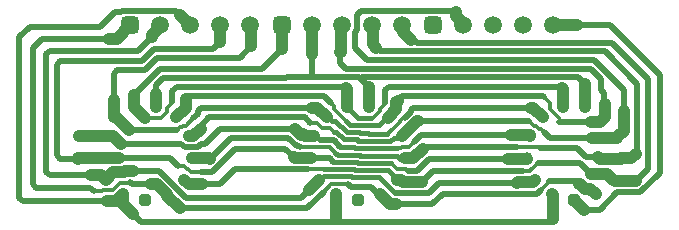
<source format=gbr>
%TF.GenerationSoftware,Altium Limited,Altium Designer,20.0.9 (164)*%
G04 Layer_Physical_Order=1*
G04 Layer_Color=255*
%FSLAX45Y45*%
%MOMM*%
%TF.FileFunction,Copper,L1,Top,Signal*%
%TF.Part,Single*%
G01*
G75*
%TA.AperFunction,NonConductor*%
%ADD10C,1.00000*%
%ADD11C,0.35000*%
%ADD12C,0.20000*%
%ADD13C,0.50000*%
%ADD14C,0.40000*%
%TA.AperFunction,ComponentPad*%
%ADD15C,1.00000*%
G04:AMPARAMS|DCode=16|XSize=1mm|YSize=1mm|CornerRadius=0.25mm|HoleSize=0mm|Usage=FLASHONLY|Rotation=180.000|XOffset=0mm|YOffset=0mm|HoleType=Round|Shape=RoundedRectangle|*
%AMROUNDEDRECTD16*
21,1,1.00000,0.50000,0,0,180.0*
21,1,0.50000,1.00000,0,0,180.0*
1,1,0.50000,-0.25000,0.25000*
1,1,0.50000,0.25000,0.25000*
1,1,0.50000,0.25000,-0.25000*
1,1,0.50000,-0.25000,-0.25000*
%
%ADD16ROUNDEDRECTD16*%
G04:AMPARAMS|DCode=17|XSize=1.5mm|YSize=1.5mm|CornerRadius=0.375mm|HoleSize=0mm|Usage=FLASHONLY|Rotation=90.000|XOffset=0mm|YOffset=0mm|HoleType=Round|Shape=RoundedRectangle|*
%AMROUNDEDRECTD17*
21,1,1.50000,0.75000,0,0,90.0*
21,1,0.75000,1.50000,0,0,90.0*
1,1,0.75000,0.37500,0.37500*
1,1,0.75000,0.37500,-0.37500*
1,1,0.75000,-0.37500,-0.37500*
1,1,0.75000,-0.37500,0.37500*
%
%ADD17ROUNDEDRECTD17*%
%ADD18C,1.50000*%
D10*
X1346200Y1293500D02*
X1352682Y1287018D01*
Y1185345D02*
Y1287018D01*
X3149600Y1191827D02*
Y1357000D01*
Y1191827D02*
X3156082Y1185345D01*
X4978400Y1382400D02*
X4984882Y1375918D01*
Y1185345D02*
Y1375918D01*
X1257300Y1090300D02*
Y1090442D01*
X1161195Y1186548D02*
X1257300Y1090442D01*
X1522029Y1097237D02*
X1600200Y1175408D01*
Y1255400D01*
X2964595Y1186548D02*
Y1338806D01*
X2959100Y1344300D02*
X2964595Y1338806D01*
X4787900Y1344300D02*
X4793395Y1338806D01*
Y1186548D02*
Y1338806D01*
X5029902Y1055753D02*
X5112745D01*
X5154229Y1097237D01*
X991726Y1097050D02*
X1009250D01*
X1117600Y988700D01*
X2667000Y1179200D02*
X2712976D01*
X3384550Y1223650D02*
X3397250Y1236350D01*
X5041088Y925200D02*
X5248993D01*
X5263038Y939245D01*
X1630838D02*
X1665045D01*
X884582Y939302D02*
X989198D01*
X1665045Y939245D02*
X1727200Y1001400D01*
X1801872Y748928D02*
X1803400Y747400D01*
X1654044Y748928D02*
X1801872D01*
X989198Y939302D02*
X1054100Y874400D01*
X860280Y750253D02*
X1038547D01*
X2514600Y760100D02*
X2519950D01*
X2526050Y754000D01*
X2659933D01*
X2663680Y750253D01*
X2609448Y939302D02*
X2687982D01*
X2599881Y948869D02*
X2609448Y939302D01*
X2527300Y1001400D02*
X2579831Y948869D01*
X2589856Y958894D02*
X2599881Y948869D01*
X3526778Y748928D02*
X3610475Y832625D01*
X3457444Y748928D02*
X3526778D01*
X4330700Y747400D02*
X4488805D01*
X4521200Y1179200D02*
X4541776D01*
X4623926Y1097050D01*
X4356100Y950600D02*
X4362700Y944000D01*
X4512084D02*
X4516782Y939302D01*
X4362700Y944000D02*
X4512084D01*
X5029200Y620400D02*
X5167892D01*
X5218481Y569811D01*
X1586281D02*
X1624592Y531500D01*
X1739900D01*
X3384550Y1163407D02*
Y1223650D01*
X3315140Y1093997D02*
X3318381Y1097237D01*
X3563350Y1064900D02*
X3568700D01*
X3493750Y995300D02*
X3563350Y1064900D01*
X3490293Y995300D02*
X3493750D01*
X3434238Y939245D02*
X3490293Y995300D01*
X2712976Y1179200D02*
X2795126Y1097050D01*
X3389681Y569811D02*
X3421438D01*
X3440450Y550800D02*
X3600700D01*
Y550800D02*
Y550800D01*
X3318381Y1097237D02*
X3384550Y1163407D01*
X1443000Y434700D02*
X1549400Y328300D01*
X1443000Y434700D02*
Y444031D01*
X989353Y630253D02*
X1078225D01*
X2642400Y479900D02*
X2730700Y568200D01*
X3329631Y360800D02*
X3378200D01*
X3246400Y444031D02*
X3329631Y360800D01*
X4542100Y550800D02*
X4559500Y568200D01*
X4413500Y550800D02*
X4542100D01*
X4406900Y544200D02*
X4413500Y550800D01*
X4978651Y493400D02*
X5025831D01*
X4927600Y531500D02*
X4940551D01*
X4978651Y493400D01*
X1071567Y361633D02*
X1155700Y277500D01*
X1071567Y361633D02*
Y443795D01*
X2870200Y239400D02*
X2874967Y244167D01*
Y443795D01*
X4711700Y239400D02*
Y435862D01*
X4703767Y443795D02*
X4711700Y435862D01*
X887800Y607700D02*
X927300Y568200D01*
X800100Y607700D02*
X887800D01*
X685800Y747400D02*
X688653Y750253D01*
X860280D01*
X699902Y939302D02*
X884582D01*
X698500Y937900D02*
X699902Y939302D01*
X991726Y1097050D02*
Y1241574D01*
X990600Y1242700D02*
X991726Y1241574D01*
X2155867Y1696767D02*
Y1868133D01*
X2146300Y1877700D02*
X2155867Y1868133D01*
X2667000Y1636400D02*
Y1877700D01*
X1161195Y1186548D02*
Y1286295D01*
X2413000Y1674500D02*
Y1877700D01*
X2908300Y1649100D02*
X2911900Y1652700D01*
Y1868600D01*
X2921000Y1877700D01*
X5154229Y1097237D02*
Y1209229D01*
X5025831Y493400D02*
X5075200Y444031D01*
X5308600Y984807D02*
Y1153800D01*
X5263038Y939245D02*
X5308600Y984807D01*
X3886200Y1954730D02*
Y1992000D01*
Y1954730D02*
X3949700Y1891230D01*
Y1877700D02*
Y1891230D01*
X3175000Y1877700D02*
X3184567Y1868133D01*
Y1715733D02*
X3213100Y1687200D01*
X3184567Y1715733D02*
Y1868133D01*
X5284716Y747400D02*
X5286244Y748928D01*
X5092700Y760100D02*
X5105400Y747400D01*
X5284716D01*
X5373628Y748928D02*
X5410200Y785500D01*
X5286244Y748928D02*
X5373628D01*
X3429000Y1877700D02*
X3438567Y1868133D01*
Y1817333D02*
Y1868133D01*
X5218481Y569811D02*
X5231392Y556900D01*
X5410200D01*
X3438567Y1817333D02*
X3505200Y1750700D01*
X1014757Y386985D02*
X1071567Y443795D01*
X1892300Y1738000D02*
Y1877700D01*
X1308100Y531500D02*
X1355531D01*
X1443000Y444031D01*
X1150989Y641089D02*
X1155700Y645800D01*
X1078225Y630253D02*
X1089061Y641089D01*
X927300Y568200D02*
X989353Y630253D01*
X952500Y1763400D02*
X1016000D01*
X1130300Y1877700D01*
X931915Y386985D02*
X1014757D01*
X1089061Y641089D02*
X1150989D01*
X1312147Y1780147D02*
Y1792017D01*
X1384300Y1864170D01*
Y1877700D01*
X1549400Y1966600D02*
X1638300Y1877700D01*
X4711700D02*
X4914900D01*
X4889500Y398200D02*
X4895800D01*
X4889500D02*
X4972100Y315600D01*
D11*
X1440182Y1139134D02*
Y1171582D01*
X2857500Y1166500D02*
Y1191900D01*
X4635500Y1268100D02*
X4686300Y1217300D01*
Y1166500D02*
Y1217300D01*
Y1166500D02*
X4762500Y1090300D01*
X1581095Y1026745D02*
X1600145D01*
X1568450Y1014100D02*
X1581095Y1026745D01*
X3412929Y1060994D02*
Y1061529D01*
X4610099Y1001401D02*
X4635500Y976000D01*
X2565400Y849000D02*
X2572900Y841500D01*
X2716233Y1052200D02*
X2758882Y1009550D01*
X1614089Y657311D02*
X1622524D01*
X2654300Y1052200D02*
X2716233D01*
X3433772Y849000D02*
X3492500D01*
X3421073Y836300D02*
X3433772Y849000D01*
X2857500Y1166500D02*
X2959100Y1064900D01*
X3390900Y658500D02*
X3467100D01*
X4595832Y1001401D02*
X4610099D01*
X4513356Y645800D02*
X4523256Y655700D01*
X1646736Y633100D02*
X1727200D01*
X1622524Y657311D02*
X1646736Y633100D01*
X3389631Y833275D02*
X3392657Y836300D01*
X3185122Y1087722D02*
X3243582Y1146182D01*
X3166159Y1087722D02*
X3185122D01*
X2832100Y1217300D02*
X2857500Y1191900D01*
X3361137Y1009737D02*
X3361672D01*
X3412929Y1060994D01*
X3304675Y953275D02*
X3361137Y1009737D01*
X3340100Y709300D02*
X3390900Y658500D01*
X3392657Y836300D02*
X3421073D01*
X3492500Y849000D02*
X3530600Y887100D01*
X2758882Y1009550D02*
X2823950D01*
X2857500Y976000D01*
X3243582Y1146182D02*
Y1165146D01*
X3289300Y1210864D01*
X2639054Y658500D02*
X2760459D01*
X2768600Y468000D02*
X2832100Y531500D01*
X2971800D01*
X4523256Y655700D02*
X4531100D01*
X4608767Y483117D02*
X4673600Y547950D01*
X1391348Y1090300D02*
X1440182Y1139134D01*
Y1171582D02*
X1485900Y1217300D01*
X1257300Y1090300D02*
X1391348D01*
X1549400Y1014100D02*
X1568450D01*
X1600145Y1026745D02*
X1663700Y1090300D01*
X1524000Y988700D02*
X1549400Y1014100D01*
X1587500Y683900D02*
X1614089Y657311D01*
X1536700Y683900D02*
X1587500D01*
X2823877Y841500D02*
X2867888Y797488D01*
X2572900Y841500D02*
X2823877D01*
X4570431Y1026802D02*
X4595832Y1001401D01*
X4546598Y1026802D02*
X4570431D01*
X4508500Y1064900D02*
X4546598Y1026802D01*
X4457700Y645800D02*
X4513356D01*
X4531100Y655700D02*
X4584700Y709300D01*
X3444375Y1092975D02*
X3505200Y1153800D01*
X3412929Y1061529D02*
X3444375Y1092975D01*
X4406900Y849000D02*
X4584700D01*
X1117804Y546089D02*
X1128411D01*
X1114469Y542753D02*
X1117804Y546089D01*
X1046782Y542753D02*
X1114469D01*
X901886Y480700D02*
X984729D01*
X894200Y473014D02*
X901886Y480700D01*
X984729D02*
X1046782Y542753D01*
X820487Y473014D02*
X894200D01*
D12*
X1485900Y1205426D02*
Y1230000D01*
X4762500Y1055753D02*
Y1090300D01*
X3454400Y1082950D02*
Y1090300D01*
X3467100Y658500D02*
X3479800Y645800D01*
X3289300Y1210864D02*
Y1217300D01*
X4673600Y547950D02*
Y556900D01*
X4584700Y849000D02*
X4597400Y836300D01*
X5410200Y785500D02*
X5422900Y798200D01*
D13*
X3067300Y1439300D02*
X3073400Y1433200D01*
X4762500Y1055753D02*
X5029902D01*
X1117600Y988700D02*
X1524000D01*
X1663700Y1090300D02*
X1701800Y1128400D01*
X1731090Y1179200D02*
X2667000D01*
X1701800Y1149911D02*
X1731090Y1179200D01*
X1701800Y1128400D02*
Y1149911D01*
X2775200Y1274200D02*
X2832100Y1217300D01*
X1619000Y1274200D02*
X2775200D01*
X1600200Y1255400D02*
X1619000Y1274200D01*
X1727200Y1001400D02*
Y1026800D01*
X3505200Y1141100D02*
Y1162611D01*
X3521790Y1179200D01*
X3454400Y1090300D02*
X3505200Y1141100D01*
X3568700Y1064900D02*
X4508500D01*
X4686300Y925200D02*
X5041088D01*
X4635500Y976000D02*
X4686300Y925200D01*
X1704395Y844245D02*
X1734550Y874400D01*
X1765300D01*
X1054100D02*
X1561333D01*
X1591488Y844245D01*
X2964595Y1186548D02*
X2978125D01*
X1591488Y844245D02*
X1704395D01*
X1038547Y750253D02*
X1470347D01*
X1536700Y683900D01*
X1765300Y874400D02*
X1892300Y1001400D01*
X2527300D01*
X1803400Y747400D02*
X1981200Y925200D01*
X2445750Y828950D02*
X2514600Y760100D01*
X2019300Y828950D02*
X2445750D01*
X2579831Y948869D02*
X2599881D01*
X1727200Y1026800D02*
X1796800Y1096400D01*
X2469150Y925200D02*
X2540481Y853869D01*
X2560531D01*
X2610100Y1096400D02*
X2654300Y1052200D01*
X1796800Y1096400D02*
X2610100D01*
X2560531Y853869D02*
X2565400Y849000D01*
X1981200Y925200D02*
X2469150D01*
X3659600Y747400D02*
X4330700D01*
X4629400Y1274200D02*
X4635500Y1268100D01*
X3521790Y1179200D02*
X4521200D01*
X3530600Y887100D02*
X3594100Y950600D01*
X4356100D01*
X1823450Y633100D02*
X2019300Y828950D01*
X1727200Y633100D02*
X1823450D01*
X1739900Y531500D02*
X1892300D01*
X2019300Y658500D01*
X2639054D01*
X3479800Y645800D02*
X3558000D01*
X3659600Y747400D01*
X4940300Y709300D02*
X5029200Y620400D01*
X2736815Y904000D02*
X2853300D01*
X3600700Y550800D02*
X3695700Y645800D01*
X4457700D01*
X2579700Y417200D02*
X2642400Y479900D01*
X1549400Y328300D02*
X2628900D01*
X1604181Y417200D02*
X2579700D01*
X2628900Y328300D02*
X2768600Y468000D01*
X2853300Y904000D02*
X2908300Y849000D01*
X2971800Y531500D02*
X2997200Y506100D01*
X3170801D01*
X3232870Y444031D01*
X3246400D01*
X3378200Y360800D02*
X3690100D01*
X3746500Y544200D02*
X4406900D01*
X3368982Y455800D02*
X3658100D01*
X3746500Y544200D01*
X3778500Y449200D02*
X4574850D01*
X3690100Y360800D02*
X3778500Y449200D01*
X4574850D02*
X4608767Y483117D01*
X4902200Y556900D02*
X4927600Y531500D01*
X4673600Y556900D02*
X4902200D01*
X1155700Y277500D02*
X1219200Y214000D01*
X2844800D01*
X2870200Y239400D01*
X4686300Y214000D02*
X4711700Y239400D01*
X2844800Y214000D02*
X4686300D01*
X2823200Y750253D02*
X2851953Y721500D01*
X2663680Y750253D02*
X2823200D01*
X4584700Y709300D02*
X4940300D01*
X537290Y747400D02*
X685800D01*
X219790Y386985D02*
X931915D01*
X508000Y1543611D02*
X537290Y1572900D01*
X419100Y1632511D02*
X448390Y1661800D01*
X508000Y776690D02*
X537290Y747400D01*
X1003300Y1992000D02*
X1052928D01*
X1485900Y1230000D02*
Y1318900D01*
X2946400Y1357000D02*
X2959100Y1344300D01*
X1485900Y1318900D02*
X1524000Y1357000D01*
X2946400D01*
X2654300Y1439300D02*
X2667000Y1452000D01*
Y1636400D01*
X2457450Y1439300D02*
X2654300D01*
X537290Y1572900D02*
X1231900D01*
X508000Y776690D02*
Y1543611D01*
X990600Y1242700D02*
Y1467411D01*
X1019890Y1496700D01*
X1346200Y1293500D02*
Y1369700D01*
X1019890Y1496700D02*
X1257300D01*
X2654300Y1439300D02*
X3067300D01*
X2908300Y1560200D02*
Y1649100D01*
X3073400Y1433200D02*
X3149600Y1357000D01*
X5118100Y1331600D02*
X5143500Y1306200D01*
X2908300Y1560200D02*
X2959100Y1509400D01*
X3035300Y1822295D02*
X3048000Y1834995D01*
X3035300Y1687200D02*
Y1822295D01*
X3048000Y1834995D02*
Y1962711D01*
X3082990Y1997700D01*
X3880500D01*
X5118100Y1331600D02*
Y1423105D01*
X3397250Y1236350D02*
X3435100Y1274200D01*
X4629400D01*
X3318590Y1357000D02*
X4775200D01*
X4787900Y1344300D01*
X3289300Y1217300D02*
Y1327711D01*
X3318590Y1357000D01*
X5308600Y1153800D02*
Y1331600D01*
X3606800Y836300D02*
X3619500Y849000D01*
X4406900D01*
X4597400Y836300D02*
X4914900D01*
X4991100Y760100D01*
X5092700D01*
X3073400Y1433200D02*
X3083813D01*
X3089913Y1439300D02*
X4921500D01*
X4978400Y1382400D01*
X5031805Y1509400D02*
X5118100Y1423105D01*
X3083813Y1433200D02*
X3089913Y1439300D01*
X2959100Y1509400D02*
X5031805D01*
X3035300Y1687200D02*
X3137200Y1585300D01*
X5054900D02*
X5308600Y1331600D01*
X3137200Y1585300D02*
X5054900D01*
X5150000Y1655300D02*
X5422900Y1382400D01*
X3245000Y1655300D02*
X5150000D01*
X3213100Y1687200D02*
X3245000Y1655300D01*
X5422900Y798200D02*
Y1382400D01*
X3505200Y1750700D02*
X3530600D01*
X5410200Y556900D02*
X5511800Y658500D01*
X3530600Y1750700D02*
X3556000Y1725300D01*
X1155700Y645800D02*
X1375581D01*
X1604181Y417200D01*
X1409700Y1433200D02*
X2451350D01*
X2457450Y1439300D01*
X1384300Y1509400D02*
X2247900D01*
X1346200Y1369700D02*
X1409700Y1433200D01*
X2247900Y1509400D02*
X2413000Y1674500D01*
X1161195Y1286295D02*
X1384300Y1509400D01*
X2057400Y1598300D02*
X2155867Y1696767D01*
X1257300Y1496700D02*
X1358900Y1598300D01*
X2057400D01*
X1231900Y1572900D02*
X1333500Y1674500D01*
X1828800D01*
X1892300Y1738000D01*
X448390Y1661800D02*
X1193800D01*
X1312147Y1780147D01*
X1143000Y531500D02*
X1308100D01*
X793750Y499750D02*
X820487Y473014D01*
X190500Y416275D02*
X219790Y386985D01*
X190500Y416275D02*
Y1776100D01*
X448390Y607700D02*
X800100D01*
X419100Y636990D02*
Y1632511D01*
Y636990D02*
X448390Y607700D01*
X336550Y499750D02*
X793750D01*
X1128411Y546089D02*
X1143000Y531500D01*
X304800D02*
X336550Y499750D01*
X876300Y1865000D02*
X1003300Y1992000D01*
X190500Y1776100D02*
X279400Y1865000D01*
X876300D01*
X304800Y1687200D02*
X381000Y1763400D01*
X304800Y531500D02*
Y1687200D01*
X381000Y1763400D02*
X952500D01*
X1058628Y1997700D02*
X1518300D01*
X5143500Y1219958D02*
X5154229Y1209229D01*
X5143500Y1219958D02*
Y1306200D01*
X5207000Y1725300D02*
X5511800Y1420500D01*
X3556000Y1725300D02*
X5207000D01*
X5511800Y658500D02*
Y1420500D01*
X5194300Y1877700D02*
X5613400Y1458600D01*
X4914900Y1877700D02*
X5194300D01*
X5449550Y461900D02*
X5613400Y625750D01*
Y1458600D01*
X5105400Y315600D02*
X5251700Y461900D01*
X4972100Y315600D02*
X5105400D01*
X5251700Y461900D02*
X5449550D01*
X3880500Y1997700D02*
X3886200Y1992000D01*
X1518300Y1997700D02*
X1549400Y1966600D01*
X1052928Y1992000D02*
X1058628Y1997700D01*
D14*
X3097158Y1029000D02*
X3098435Y1027723D01*
X2841362Y1067050D02*
X2867026D01*
X2908300Y849000D02*
X3022600D01*
X3421438Y569811D02*
X3440450Y550800D01*
X3361453Y925200D02*
X3380807D01*
X3386274Y773275D02*
X3412149Y747400D01*
X2978125Y1173018D02*
X3062143Y1089000D01*
X3239678Y1027723D02*
X3309193Y1097237D01*
X3318381D01*
X2959100Y1064900D02*
X2995000Y1029000D01*
X3097158D01*
X3151744Y1089000D02*
X3153021Y1087722D01*
X2867888Y797488D02*
X2888877Y776500D01*
X2775236Y596500D02*
X2998724D01*
X3329527Y893275D02*
X3361453Y925200D01*
X3080168Y961137D02*
X3143201D01*
X2857500Y976000D02*
X2873224D01*
X3035101Y836499D02*
X3098134D01*
X2746936Y568200D02*
X2775236Y596500D01*
X3030776Y649300D02*
X3310192D01*
X3389681Y569811D01*
X2965077Y969000D02*
X3072305D01*
X3151064Y953275D02*
X3304675D01*
X2873224Y976000D02*
X2940224Y909000D01*
X3098134Y836499D02*
X3101359Y833275D01*
X3389632D01*
X3005923Y589300D02*
X3235481D01*
X3023576Y656500D02*
X3030776Y649300D01*
X2888877Y776500D02*
X3073282D01*
X3143201Y961137D02*
X3151064Y953275D01*
X3122987Y896499D02*
X3126211Y893275D01*
X3073282Y776500D02*
X3076506Y773275D01*
X3386274D01*
X2730700Y568200D02*
X2746936D01*
X3126211Y893275D02*
X3329527D01*
X3048429Y716500D02*
X3055629Y709300D01*
X3340100D01*
X3235481Y589300D02*
X3368982Y455800D01*
X2998724Y596500D02*
X3005923Y589300D01*
X2795126Y1097050D02*
X2811362D01*
X3072305Y969000D02*
X3080168Y961137D01*
X3059953Y896499D02*
X3122987D01*
X3047453Y909000D02*
X3059953Y896499D01*
X3062143Y1089000D02*
X3151744D01*
X2811362Y1097050D02*
X2841362Y1067050D01*
X3022600Y849000D02*
X3035101Y836499D01*
X3153021Y1087722D02*
X3166159D01*
X2978125Y1173018D02*
Y1186548D01*
X3098435Y1027723D02*
X3239678D01*
X2867026Y1067050D02*
X2965077Y969000D01*
X2940224Y909000D02*
X3047453D01*
X2851953Y716500D02*
X3048429D01*
X2773159Y656500D02*
X3023576D01*
D15*
X1443000Y444031D02*
D03*
X1586281Y569811D02*
D03*
X1654044Y748928D02*
D03*
X1630838Y939245D02*
D03*
X1522029Y1097237D02*
D03*
X1352682Y1185345D02*
D03*
X1161195Y1186548D02*
D03*
X991726Y1097050D02*
D03*
X884582Y939302D02*
D03*
X860280Y750253D02*
D03*
X927300Y568200D02*
D03*
X1071567Y443795D02*
D03*
X4703767D02*
D03*
X4559500Y568200D02*
D03*
X4492480Y750253D02*
D03*
X4516782Y939302D02*
D03*
X4623926Y1097050D02*
D03*
X4793395Y1186548D02*
D03*
X4984882Y1185345D02*
D03*
X5154229Y1097237D02*
D03*
X5263038Y939245D02*
D03*
X5286244Y748928D02*
D03*
X5218481Y569811D02*
D03*
X5075200Y444031D02*
D03*
X2874967Y443795D02*
D03*
X2730700Y568200D02*
D03*
X2663680Y750253D02*
D03*
X2687982Y939302D02*
D03*
X2795126Y1097050D02*
D03*
X2964595Y1186548D02*
D03*
X3156082Y1185345D02*
D03*
X3325429Y1097237D02*
D03*
X3434238Y939245D02*
D03*
X3457444Y748928D02*
D03*
X3389681Y569811D02*
D03*
X3246400Y444031D02*
D03*
D16*
X1257300Y398200D02*
D03*
X4889500D02*
D03*
X3060700D02*
D03*
D17*
X2413000Y1877700D02*
D03*
X3695700D02*
D03*
X1130300D02*
D03*
D18*
X2667000D02*
D03*
X2921000D02*
D03*
X3175000D02*
D03*
X3429000D02*
D03*
X3949700D02*
D03*
X4203700D02*
D03*
X4457700D02*
D03*
X4711700D02*
D03*
X2146300D02*
D03*
X1892300D02*
D03*
X1638300D02*
D03*
X1384300D02*
D03*
%TF.MD5,12db78e05910ff1ec8af80109ad83df2*%
M02*

</source>
